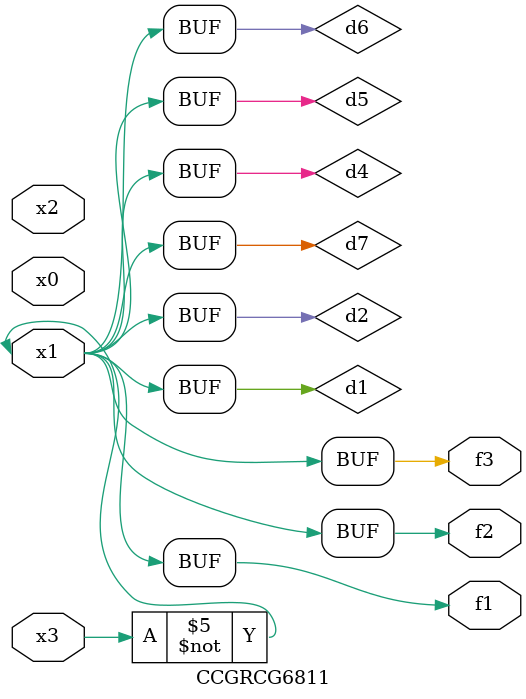
<source format=v>
module CCGRCG6811(
	input x0, x1, x2, x3,
	output f1, f2, f3
);

	wire d1, d2, d3, d4, d5, d6, d7;

	not (d1, x3);
	buf (d2, x1);
	xnor (d3, d1, d2);
	nor (d4, d1);
	buf (d5, d1, d2);
	buf (d6, d4, d5);
	nand (d7, d4);
	assign f1 = d6;
	assign f2 = d7;
	assign f3 = d6;
endmodule

</source>
